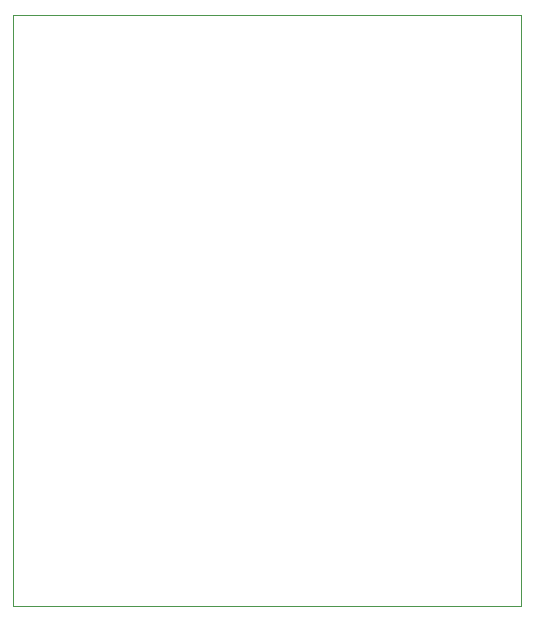
<source format=gbr>
%TF.GenerationSoftware,KiCad,Pcbnew,8.0.2*%
%TF.CreationDate,2024-10-23T20:47:09+03:00*%
%TF.ProjectId,PowerServo AE 36V 3.6A 30D - DEV,506f7765-7253-4657-9276-6f2041452033,rev?*%
%TF.SameCoordinates,Original*%
%TF.FileFunction,Profile,NP*%
%FSLAX46Y46*%
G04 Gerber Fmt 4.6, Leading zero omitted, Abs format (unit mm)*
G04 Created by KiCad (PCBNEW 8.0.2) date 2024-10-23 20:47:09*
%MOMM*%
%LPD*%
G01*
G04 APERTURE LIST*
%TA.AperFunction,Profile*%
%ADD10C,0.050000*%
%TD*%
G04 APERTURE END LIST*
D10*
X85000000Y-55000000D02*
X128000000Y-55000000D01*
X128000000Y-105000000D01*
X85000000Y-105000000D01*
X85000000Y-55000000D01*
M02*

</source>
